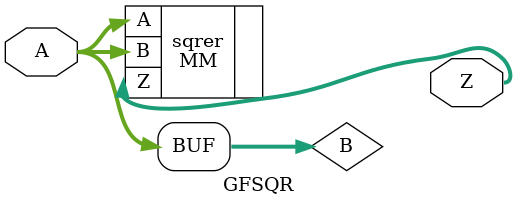
<source format=v>
`include "./MM.v"

module GFSQR (
	   input wire [2:0] A,
	   output wire [2:0] Z
	   );

     wire [2:0] B = A;

   MM sqrer(.A(A),.B(B),.Z(Z));
   
endmodule // GFSQR

</source>
